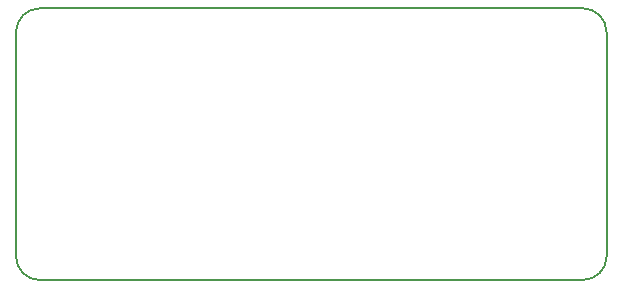
<source format=gbr>
%TF.GenerationSoftware,KiCad,Pcbnew,9.0.2*%
%TF.CreationDate,2025-07-27T21:59:35+02:00*%
%TF.ProjectId,USB-RS485_FT230,5553422d-5253-4343-9835-5f4654323330,rev?*%
%TF.SameCoordinates,Original*%
%TF.FileFunction,Profile,NP*%
%FSLAX46Y46*%
G04 Gerber Fmt 4.6, Leading zero omitted, Abs format (unit mm)*
G04 Created by KiCad (PCBNEW 9.0.2) date 2025-07-27 21:59:35*
%MOMM*%
%LPD*%
G01*
G04 APERTURE LIST*
%TA.AperFunction,Profile*%
%ADD10C,0.200000*%
%TD*%
G04 APERTURE END LIST*
D10*
X124755000Y-84138909D02*
G75*
G02*
X126755000Y-82138900I2000000J9D01*
G01*
X174755000Y-103138909D02*
X174755000Y-84138909D01*
X126755000Y-105138909D02*
G75*
G02*
X124754991Y-103138909I0J2000009D01*
G01*
X174755000Y-103138909D02*
G75*
G02*
X172755000Y-105138900I-2000000J9D01*
G01*
X172755000Y-82138909D02*
G75*
G02*
X174754991Y-84138909I0J-1999991D01*
G01*
X126755000Y-105138909D02*
X172755000Y-105138909D01*
X124755000Y-103138909D02*
X124755000Y-84138909D01*
X126755000Y-82138909D02*
X172755000Y-82138909D01*
M02*

</source>
